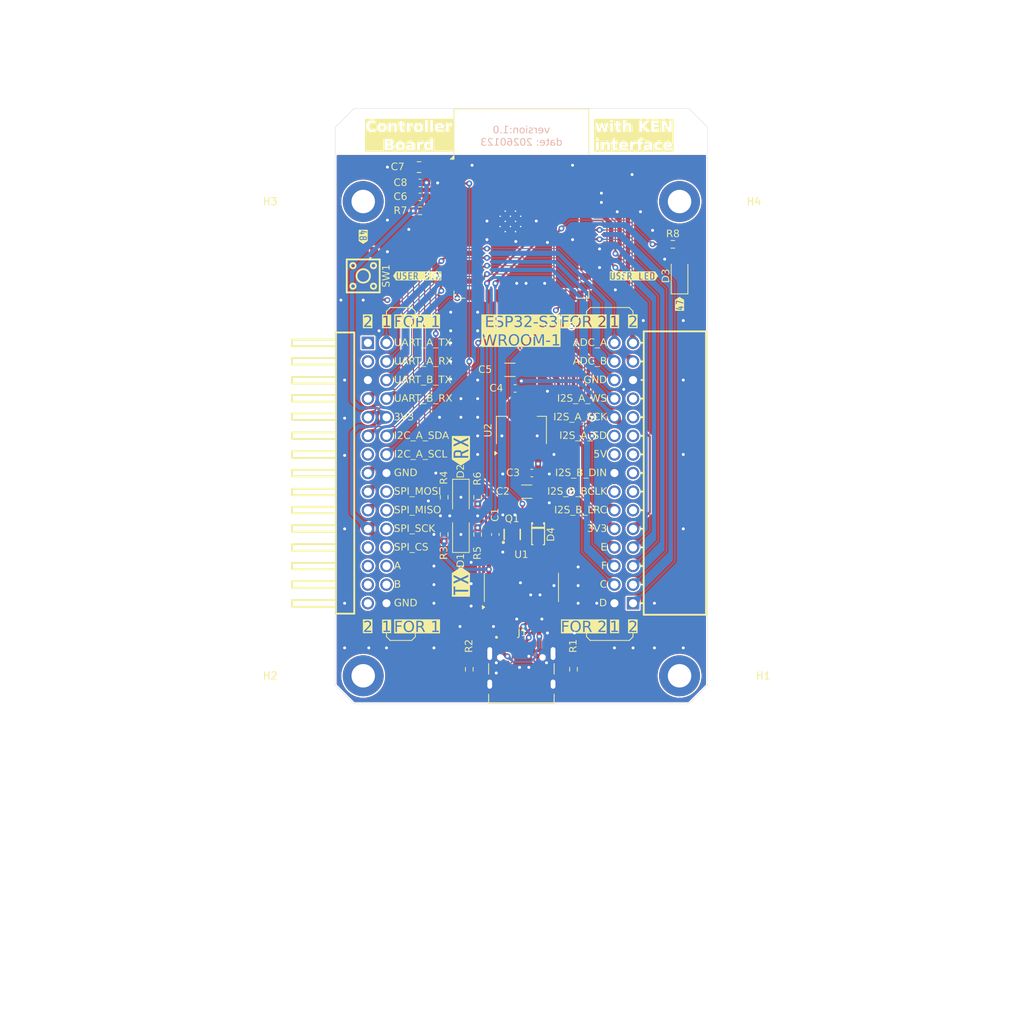
<source format=kicad_pcb>
(kicad_pcb (version 20241229) (generator "pcbnew") (generator_version "9.0")
  (layers (0 "F.Cu" signal) (4 "In1.Cu" signal) (6 "In2.Cu" signal) (2 "B.Cu" signal) (13 "F.Paste" user) (15 "B.Paste" user) (5 "F.SilkS" user "F.Silkscreen") (7 "B.SilkS" user "B.Silkscreen") (1 "F.Mask" user) (3 "B.Mask" user) (25 "Edge.Cuts" user))
  (property "COMMIT_DATE_LONG" "YYYY-MM-DD HH:MM:SS TZ")
  (property "COMMIT_HASH" "deadbeef")
  (property "RELEASE_VERSION" "v#.#")
  (net 0 "")
  (net 1 "GND")
  (net 2 "/IO17")
  (net 3 "/IO13")
  (net 5 "/IO18")
  (net 6 "/IO35")
  (net 7 "+3V3")
  (net 8 "Net-(J1-CC2)")
  (net 9 "Net-(D1-A)")
  (net 10 "/TXD")
  (net 11 "/RXD")
  (net 12 "Net-(D2-A)")
  (net 13 "/MCU_RX")
  (net 14 "/MCU_TX")
  (net 17 "Net-(J1-CC1)")
  (net 22 "RTS")
  (net 23 "DTR")
  (net 24 "UD+")
  (net 25 "UD-")
  (net 26 "VBUS")
  (net 27 "/EN")
  (net 28 "/IO0")
  (net 29 "/IO12")
  (net 33 "/IO48")
  (net 34 "/IO10")
  (net 35 "/IO3")
  (net 36 "/IO47")
  (net 37 "/IO36")
  (net 38 "/IO46")
  (net 39 "/IO37")
  (net 40 "/IO11")
  (net 41 "/IO45")
  (net 42 "/IO38")
  (net 46 "/I2C_B_SDA")
  (net 47 "/I2C_B_SCL")
  (net 48 "/IO19")
  (net 49 "/BTN_A")
  (net 50 "/I2C_A_SDA")
  (net 51 "/BTN_B")
  (net 52 "/I2S_A_SD")
  (net 53 "/I2S_B_BCLK")
  (net 54 "/IO20")
  (net 55 "/I2S_A_WS")
  (net 56 "/I2S_B_DIN")
  (net 57 "/I2C_A_SCL")
  (net 58 "/I2S_A_SCK")
  (net 59 "/I2S_B_LRC")
  (net 60 "/ADC_A")
  (net 61 "/BTN_C")
  (net 62 "/BTN_D")
  (net 63 "/ADC_B")
  (net 64 "Net-(D3-A)")
  (net 66 "+5V")
  (footprint "MountingHole:MountingHole_3.2mm_M3_DIN965_Pad" (layer "F.Cu") (at 105.41 116.84)
    (property "Reference" "H1")
    (property "Value" "MountHole")
  )
  (footprint "MountingHole:MountingHole_3.2mm_M3_DIN965_Pad" (layer "F.Cu") (at 62.23 116.84)
    (property "Reference" "H2")
    (property "Value" "MountHole")
  )
  (footprint "MountingHole:MountingHole_3.2mm_M3_DIN965_Pad" (layer "F.Cu") (at 105.41 52.07)
    (property "Reference" "H4")
    (property "Value" "MountHole")
  )
  (footprint "Resistor_SMD:R_0603_1608Metric_Pad0.98x0.95mm_HandSolder" (layer "F.Cu") (at 69.977 53.34)
    (property "Reference" "R7")
    (property "Value" "10k")
  )
  (footprint "Package_TO_SOT_SMD:SOT-223-3_TabPin2" (layer "F.Cu") (at 83.82 83.312 90)
    (property "Reference" "U2")
    (property "Value" "AMS1117-3.3")
  )
  (footprint "B5819W:SOD-123_L2.8-W1.8-LS3.7-RD" (layer "F.Cu") (at 86.106 97.536 -90)
    (property "Reference" "D4")
    (property "Value" "B5819W_C109213")
  )
  (footprint "LED_SMD:LED_1206_3216Metric_Pad1.42x1.75mm_HandSolder" (layer "F.Cu") (at 75.565 92.456 -90)
    (property "Reference" "D2")
    (property "Value" "LED")
  )
  (footprint "kibuzzard-6972B31E" (layer "F.Cu") (at 62.23 56.896 -90)
    (property "Reference" "kibuzzard-6972B31E" (hide yes))
    (property "Value" "G***" (hide yes))
  )
  (footprint "RF_Module:ESP32-S3-WROOM-1" (layer "F.Cu") (at 83.82 52.324)
    (property "Reference" "U4" (hide yes))
    (property "Value" "ESP32-S3-WROOM-1")
  )
  (footprint "Resistor_SMD:R_0603_1608Metric_Pad0.98x0.95mm_HandSolder" (layer "F.Cu") (at 77.851 92.456 -90)
    (property "Reference" "R6")
    (property "Value" "470")
  )
  (footprint "Capacitor_SMD:C_0603_1608Metric_Pad1.08x0.95mm_HandSolder" (layer "F.Cu") (at 80.264 97.536 90)
    (property "Reference" "C1")
    (property "Value" "100nF")
  )
  (footprint "TSC015A03526A:SW-SMD_4P-L4.5-W4.5-P3.00-LS6.8" (layer "F.Cu") (at 62.23 62.23 -90)
    (property "Reference" "SW1")
    (property "Value" "TSC015A03526A")
  )
  (footprint "LED_SMD:LED_1206_3216Metric_Pad1.42x1.75mm_HandSolder" (layer "F.Cu") (at 105.41 62.23 90)
    (property "Reference" "D3")
    (property "Value" "LED")
  )
  (footprint "Resistor_SMD:R_0603_1608Metric_Pad0.98x0.95mm_HandSolder" (layer "F.Cu") (at 73.279 92.456 -90)
    (property "Reference" "R4")
    (property "Value" "1k")
  )
  (footprint "kibuzzard-696F5E93" (layer "F.Cu") (at 75.565 86.106 90)
    (property "Reference" "kibuzzard-696F5E93" (hide yes))
    (property "Value" "G***" (hide yes))
  )
  (footprint "Resistor_SMD:R_0603_1608Metric_Pad0.98x0.95mm_HandSolder" (layer "F.Cu") (at 104.4975 57.912)
    (property "Reference" "R8")
    (property "Value" "1k")
  )
  (footprint "Capacitor_SMD:C_0603_1608Metric_Pad1.08x0.95mm_HandSolder" (layer "F.Cu") (at 82.9575 77.597 180)
    (property "Reference" "C4")
    (property "Value" "100nF")
  )
  (footprint "Capacitor_SMD:C_0603_1608Metric_Pad1.08x0.95mm_HandSolder" (layer "F.Cu") (at 69.977 49.53 180)
    (property "Reference" "C8")
    (property "Value" "0.1uF")
  )
  (footprint "UMH3N:SC-70-6_L2.2-W1.3-P0.65-LS2.1-BR" (layer "F.Cu") (at 82.565 97.536 -90)
    (property "Reference" "Q1")
    (property "Value" "UMH3N")
  )
  (footprint "Resistor_SMD:R_0603_1608Metric_Pad0.98x0.95mm_HandSolder" (layer "F.Cu") (at 76.708 115.951 90)
    (property "Reference" "R2")
    (property "Value" "5k1")
  )
  (footprint "Resistor_SMD:R_0603_1608Metric_Pad0.98x0.95mm_HandSolder" (layer "F.Cu") (at 73.279 97.536 90)
    (property "Reference" "R3")
    (property "Value" "1k")
  )
  (footprint "kibuzzard-69717543" (layer "F.Cu") (at 99.187 62.23)
    (property "Reference" "kibuzzard-69717543" (hide yes))
    (property "Value" "G***" (hide yes))
  )
  (footprint "MountingHole:MountingHole_3.2mm_M3_DIN965_Pad" (layer "F.Cu") (at 62.23 52.07)
    (property "Reference" "H3")
    (property "Value" "MountHole")
  )
  (footprint "Capacitor_SMD:C_0603_1608Metric_Pad1.08x0.95mm_HandSolder" (layer "F.Cu") (at 69.977 51.435 180)
    (property "Reference" "C6")
    (property "Value" "1uF")
  )
  (footprint "kibuzzard-69717533" (layer "F.Cu") (at 69.596 62.23)
    (property "Reference" "kibuzzard-69717533" (hide yes))
    (property "Value" "G***" (hide yes))
  )
  (footprint "TYPE-C-31-M-12:HRO_TYPE-C-31-M-12" (layer "F.Cu") (at 83.82 117.983)
    (property "Reference" "J1")
    (property "Value" "TYPE-C-31-M-12")
  )
  (footprint "Capacitor_SMD:C_1206_3216Metric_Pad1.33x1.80mm_HandSolder" (layer "F.Cu") (at 84.5435 91.694 180)
    (property "Reference" "C2")
    (property "Value" "10uF")
  )
  (footprint "Capacitor_SMD:C_0603_1608Metric_Pad1.08x0.95mm_HandSolder" (layer "F.Cu") (at 85.2435 89.154 180)
    (property "Reference" "C3")
    (property "Value" "100nF")
  )
  (footprint "Capacitor_SMD:C_1206_3216Metric_Pad1.33x1.80mm_HandSolder" (layer "F.Cu") (at 82.2575 75.057 180)
    (property "Reference" "C5")
    (property "Value" "10uF")
  )
  (footprint "Resistor_SMD:R_0603_1608Metric_Pad0.98x0.95mm_HandSolder" (layer "F.Cu") (at 77.851 97.536 90)
    (property "Reference" "R5")
    (property "Value" "470")
  )
  (footprint "Package_SO:SOIC-16_3.9x9.9mm_P1.27mm" (layer "F.Cu") (at 83.82 104.775 90)
    (property "Reference" "U1")
    (property "Value" "CH340C")
  )
  (footprint "XDZ254-2-15-W-2.5-G1:HDR-TH_30P-P2.54-H-M-R2-C15-S2.54-N" (layer "F.Cu") (at 64.135 89.154 -90)
    (property "Reference" "U3" (hide yes))
    (property "Value" "XDZ254-2-15-W-2.5-G1")
  )
  (footprint "LED_SMD:LED_1206_3216Metric_Pad1.42x1.75mm_HandSolder" (layer "F.Cu") (at 75.565 97.536 90)
    (property "Reference" "D1")
    (property "Value" "LED")
  )
  (footprint "Resistor_SMD:R_0603_1608Metric_Pad0.98x0.95mm_HandSolder" (layer "F.Cu") (at 90.932 115.951 90)
    (property "Reference" "R1")
    (property "Value" "5k1")
  )
  (footprint "kibuzzard-696F5E7C" (layer "F.Cu") (at 75.565 104.013 90)
    (property "Reference" "kibuzzard-696F5E7C" (hide yes))
    (property "Value" "G***" (hide yes))
  )
  (footprint "PM254-2-15-W-8.5:HDR-TH_30P-P2.54-H-F-R2-C15-W8.5" (layer "F.Cu") (at 97.79 89.154 90)
    (property "Reference" "U5" (hide yes))
    (property "Value" "PM254-2-15-W-8.5")
  )
  (footprint "Capacitor_SMD:C_0805_2012Metric_Pad1.18x1.45mm_HandSolder" (layer "F.Cu") (at 69.85 47.371 180)
    (property "Reference" "C7")
    (property "Value" "10uF")
  )
  (footprint "kibuzzard-697171B1" (layer "F.Cu") (at 105.41 66.04 90)
    (property "Reference" "kibuzzard-697171B1" (hide yes))
    (property "Value" "G***" (hide yes))
  )
  (gr_line (start 98.552 112.014) (end 93.218 112.014) (stroke (width 0.12)) (layer "F.SilkS"))
  (gr_line (start 99.06 111.506) (end 98.552 112.014) (stroke (width 0.12)) (layer "F.SilkS"))
  (gr_line (start 65.913 66.548) (end 68.834 66.548) (stroke (width 0.12)) (layer "F.SilkS"))
  (gr_line (start 92.71 111.506) (end 92.71 110.998) (stroke (width 0.12)) (layer "F.SilkS"))
  (gr_line (start 69.342 110.998) (end 69.342 111.506) (stroke (width 0.12)) (layer "F.SilkS"))
  (gr_line (start 68.834 66.548) (end 69.342 67.056) (stroke (width 0.12)) (layer "F.SilkS"))
  (gr_line (start 92.71 67.056) (end 93.218 66.548) (stroke (width 0.12)) (layer "F.SilkS"))
  (gr_line (start 69.342 67.056) (end 69.342 67.564) (stroke (width 0.12)) (layer "F.SilkS"))
  (gr_line (start 92.71 67.564) (end 92.71 67.056) (stroke (width 0.12)) (layer "F.SilkS"))
  (gr_line (start 99.06 67.056) (end 99.06 67.564) (stroke (width 0.12)) (layer "F.SilkS"))
  (gr_line (start 93.218 66.548) (end 98.552 66.548) (stroke (width 0.12)) (layer "F.SilkS"))
  (gr_line (start 65.405 111.506) (end 65.405 110.998) (stroke (width 0.12)) (layer "F.SilkS"))
  (gr_line (start 65.405 67.564) (end 65.405 67.056) (stroke (width 0.12)) (layer "F.SilkS"))
  (gr_line (start 65.913 112.014) (end 65.405 111.506) (stroke (width 0.12)) (layer "F.SilkS"))
  (gr_line (start 65.405 67.056) (end 65.913 66.548) (stroke (width 0.12)) (layer "F.SilkS"))
  (gr_line (start 99.06 110.998) (end 99.06 111.506) (stroke (width 0.12)) (layer "F.SilkS"))
  (gr_line (start 98.552 66.548) (end 99.06 67.056) (stroke (width 0.12)) (layer "F.SilkS"))
  (gr_line (start 93.218 112.014) (end 92.71 111.506) (stroke (width 0.12)) (layer "F.SilkS"))
  (gr_line (start 68.834 112.014) (end 65.913 112.014) (stroke (width 0.12)) (layer "F.SilkS"))
  (gr_line (start 69.342 111.506) (end 68.834 112.014) (stroke (width 0.12)) (layer "F.SilkS"))
  (gr_line (start 109.22 118.11) (end 109.22 41.91) (stroke (width 0.05)) (layer "Edge.Cuts"))
  (gr_line (start 106.68 39.37) (end 109.22 41.91) (stroke (width 0.05)) (layer "Edge.Cuts"))
  (gr_line (start 58.42 41.91) (end 58.42 118.11) (stroke (width 0.05)) (layer "Edge.Cuts"))
  (gr_line (start 60.96 39.37) (end 58.42 41.91) (stroke (width 0.05)) (layer "Edge.Cuts"))
  (gr_line (start 58.42 118.11) (end 60.96 120.65) (stroke (width 0.05)) (layer "Edge.Cuts"))
  (gr_line (start 60.96 39.37) (end 106.68 39.37) (stroke (width 0.05)) (layer "Edge.Cuts"))
  (gr_line (start 109.22 118.11) (end 106.68 120.65) (stroke (width 0.05)) (layer "Edge.Cuts"))
  (gr_line (start 60.96 120.65) (end 106.68 120.65) (stroke (width 0.05)) (layer "Edge.Cuts"))
  (gr_text "1" (at 96.52 110.236 0) (layer "F.SilkS" knockout) (effects (font (size 1.5 1.5))))
  (gr_text "I2C_A_SCL" (at 66.421 86.614 0) (layer "F.SilkS") (effects (font (size 1 1)) (justify left)))
  (gr_text "FOR 1" (at 66.421 110.236 0) (layer "F.SilkS" knockout) (effects (font (size 1.5 1.5)) (justify left)))
  (gr_text "B" (at 66.421 104.394 0) (layer "F.SilkS") (effects (font (size 1 1)) (justify left)))
  (gr_text "FOR 2" (at 95.504 68.58 0) (layer "F.SilkS" knockout) (effects (font (size 1.5 1.5)) (justify right)))
  (gr_text "GND" (at 66.421 106.934 0) (layer "F.SilkS") (effects (font (size 1 1)) (justify left)))
  (gr_text "1" (at 65.405 68.58 0) (layer "F.SilkS" knockout) (effects (font (size 1.5 1.5))))
  (gr_text "E" (at 95.504 99.314 0) (layer "F.SilkS") (effects (font (size 1 1)) (justify right)))
  (gr_text "FOR 2" (at 95.504 110.236 0) (layer "F.SilkS" knockout) (effects (font (size 1.5 1.5)) (justify right)))
  (gr_text "SPI_CS" (at 66.421 99.314 0) (layer "F.SilkS") (effects (font (size 1 1)) (justify left)))
  (gr_text "D" (at 95.504 106.934 0) (layer "F.SilkS") (effects (font (size 1 1)) (justify right)))
  (gr_text "SPI_SCK" (at 66.421 96.774 0) (layer "F.SilkS") (effects (font (size 1 1)) (justify left)))
  (gr_text "2" (at 62.865 110.236 0) (layer "F.SilkS" knockout) (effects (font (size 1.5 1.5))))
  (gr_text "2" (at 99.06 68.58 0) (layer "F.SilkS" knockout) (effects (font (size 1.5 1.5))))
  (gr_text "I2S_A_SCK" (at 95.504 81.534 0) (layer "F.SilkS") (effects (font (size 1 1)) (justify right)))
  (gr_text "UART_B_TX" (at 66.421 76.454 0) (layer "F.SilkS") (effects (font (size 1 1)) (justify left)))
  (gr_text "GND" (at 66.421 89.154 0) (layer "F.SilkS") (effects (font (size 1 1)) (justify left)))
  (gr_text "1" (at 96.52 68.58 0) (layer "F.SilkS" knockout) (effects (font (size 1.5 1.5))))
  (gr_text "2" (at 99.06 110.236 0) (layer "F.SilkS" knockout) (effects (font (size 1.5 1.5))))
  (gr_text "3V3" (at 95.504 96.774 0) (layer "F.SilkS") (effects (font (size 1 1)) (justify right)))
  (gr_text "2" (at 62.865 68.58 0) (layer "F.SilkS" knockout) (effects (font (size 1.5 1.5))))
  (gr_text "SPI_MISO" (at 66.421 94.234 0) (layer "F.SilkS") (effects (font (size 1 1)) (justify left)))
  (gr_text "ADC_B\n" (at 95.504 73.914 0) (layer "F.SilkS") (effects (font (size 1 1)) (justify right)))
  (gr_text "F" (at 95.504 101.854 0) (layer "F.SilkS") (effects (font (size 1 1)) (justify right)))
  (gr_text "C" (at 95.504 104.394 0) (layer "F.SilkS") (effects (font (size 1 1)) (justify right)))
  (gr_text "ADC_A" (at 95.504 71.374 0) (layer "F.SilkS") (effects (font (size 1 1)) (justify right)))
  (gr_text "UART_A_TX" (at 66.421 71.374 0) (layer "F.SilkS") (effects (font (size 1 1)) (justify left)))
  (gr_text "ESP32-S3\nWROOM-1" (at 83.82 69.85 0) (layer "F.SilkS" knockout) (effects (font (size 1.5 1.5))))
  (gr_text "I2S_B_BCLK" (at 95.504 91.694 0) (layer "F.SilkS") (effects (font (size 1 1)) (justify right)))
  (gr_text "3V3" (at 66.421 81.534 0) (layer "F.SilkS") (effects (font (size 1 1)) (justify left)))
  (gr_text "I2S_B_DIN" (at 95.504 89.154 0) (layer "F.SilkS") (effects (font (size 1 1)) (justify right)))
  (gr_text "I2S_A_WS" (at 95.504 78.994 0) (layer "F.SilkS") (effects (font (size 1 1)) (justify right)))
  (gr_text "A" (at 66.421 101.854 0) (layer "F.SilkS") (effects (font (size 1 1)) (justify left)))
  (gr_text "with KEN\ninterface" (at 99.187 43.18 0) (layer "F.SilkS" knockout) (effects (font (size 1.5 1.5) (thickness 0.2) (bold yes))))
  (gr_text "I2S_A_SD" (at 95.504 84.074 0) (layer "F.SilkS") (effects (font (size 1 1)) (justify right)))
  (gr_text "I2S_B_LRC" (at 95.504 94.234 0) (layer "F.SilkS") (effects (font (size 1 1)) (justify right)))
  (gr_text "UART_A_RX" (at 66.421 73.914 0) (layer "F.SilkS") (effects (font (size 1 1)) (justify left)))
  (gr_text "I2C_A_SDA" (at 66.421 84.074 0) (layer "F.SilkS") (effects (font (size 1 1)) (justify left)))
  (gr_text "5V" (at 95.504 86.614 0) (layer "F.SilkS") (effects (font (size 1 1)) (justify right)))
  (gr_text "FOR 1" (at 66.421 68.58 0) (layer "F.SilkS" knockout) (effects (font (size 1.5 1.5)) (justify left)))
  (gr_text "UART_B_RX" (at 66.421 78.994 0) (layer "F.SilkS") (effects (font (size 1 1)) (justify left)))
  (gr_text "1" (at 65.405 110.236 0) (layer "F.SilkS" knockout) (effects (font (size 1.5 1.5))))
  (gr_text "GND" (at 95.504 76.454 0) (layer "F.SilkS") (effects (font (size 1 1)) (justify right)))
  (gr_text "SPI_MOSI" (at 66.421 91.694 0) (layer "F.SilkS") (effects (font (size 1 1)) (justify left)))
  (gr_text "Controller\nBoard" (at 68.453 43.18 0) (layer "F.SilkS" knockout) (effects (font (size 1.5 1.5) (thickness 0.2) (bold yes))))
  (gr_text "version:1.0\ndate: 20260123" (at 83.82 43.18 0) (layer "B.SilkS") (effects (font (size 1 1)) (justify mirror)))
  (via (at 86.614 109.093) (size 0.8) (drill 0.4) (layers "F.Cu" "B.Cu") (net 1))
  (via (at 89.154 67.945) (size 0.8) (drill 0.4) (layers "F.Cu" "B.Cu") (net 1))
  (via (at 62.992 113.03) (size 0.8) (drill 0.4) (layers "F.Cu" "B.Cu") (net 1))
  (via (at 91.059 110.998) (size 0.8) (drill 0.4) (layers "F.Cu" "B.Cu") (net 1))
  (via (at 90.805 47.117) (size 0.8) (drill 0.4) (layers "F.Cu" "B.Cu") (net 1))
  (via (at 71.882 106.934) (size 0.8) (drill 0.4) (layers "F.Cu" "B.Cu") (net 1))
  (via (at 94.742 52.197) (size 0.8) (drill 0.4) (layers "F.Cu" "B.Cu") (net 1))
  (via (at 71.12 92.964) (size 0.8) (drill 0.4) (layers "F.Cu" "B.Cu") (net 1))
  (via (at 84.836 115.697) (size 0.8) (drill 0.4) (layers "F.Cu" "B.Cu") (net 1))
  (via (at 75.565 92.456) (size 0.8) (drill 0.4) (layers "F.Cu" "B.Cu") (net 1))
  (via (at 79.121 57.277) (size 0.8) (drill 0.4) (layers "F.Cu" "B.Cu") (net 1))
  (via (at 75.565 81.534) (size 0.8) (drill 0.4) (layers "F.Cu" "B.Cu") (net 1))
  (via (at 86.36 105.791) (size 0.8) (drill 0.4) (layers "F.Cu" "B.Cu") (net 1))
  (via (at 75.565 97.536) (size 0.8) (drill 0.4) (layers "F.Cu" "B.Cu") (net 1))
  (via (at 99.06 113.03) (size 0.8) (drill 0.4) (layers "F.Cu" "B.Cu") (net 1))
  (via (at 81.28 99.949) (size 0.8) (drill 0.4) (layers "F.Cu" "B.Cu") (net 1))
  (via (at 83.185 63.246) (size 0.8) (drill 0.4) (layers "F.Cu" "B.Cu") (net 1))
  (via (at 77.851 84.074) (size 0.8) (drill 0.4) (layers "F.Cu" "B.Cu") (net 1))
  (via (at 101.727 56.007) (size 0.8) (drill 0.4) (layers "F.Cu" "B.Cu") (net 1))
  (via (at 76.962 104.267) (size 0.8) (drill 0.4) (layers "F.Cu" "B.Cu") (net 1))
  (via (at 59.69 96.774) (size 0.8) (drill 0.4) (layers "F.Cu" "B.Cu") (net 1))
  (via (at 88.265 86.614) (size 0.8) (drill 0.4) (layers "F.Cu" "B.Cu") (net 1))
  (via (at 71.882 97.536) (size 0.8) (drill 0.4) (layers "F.Cu" "B.Cu") (net 1))
  (via (at 82.931 94.869) (size 0.8) (drill 0.4) (layers "F.Cu" "B.Cu") (net 1))
  (via (at 96.901 53.467) (size 0.8) (drill 0.4) (layers "F.Cu" "B.Cu") (net 1))
  (via (at 97.79 77.724) (size 0.8) (drill 0.4) (layers "F.Cu" "B.Cu") (net 1))
  (via (at 85.979 84.074) (size 0.8) (drill 0.4) (layers "F.Cu" "B.Cu") (net 1))
  (via (at 71.882 113.03) (size 0.8) (drill 0.4) (layers "F.Cu" "B.Cu") (net 1))
  (via (at 87.63 89.281) (size 0.8) (drill 0.4) (layers "F.Cu" "B.Cu") (net 1))
  (via (at 65.532 54.61) (size 0.8) (drill 0.4) (layers "F.Cu" "B.Cu") (net 1))
  (via (at 85.09 105.791) (size 0.8) (drill 0.4) (layers "F.Cu" "B.Cu") (net 1))
  (via (at 105.918 68.326) (size 0.8) (drill 0.4) (layers "F.Cu" "B.Cu") (net 1))
  (via (at 81.153 84.074) (size 0.8) (drill 0.4) (layers "F.Cu" "B.Cu") (net 1))
  (via (at 83.058 57.531) (size 0.8) (drill 0.4) (layers "F.Cu" "B.Cu") (net 1))
  (via (at 77.851 78.994) (size 0.8) (drill 0.4) (layers "F.Cu" "B.Cu") (net 1))
  (via (at 59.69 106.934) (size 0.8) (drill 0.4) (layers "F.Cu" "B.Cu") (net 1))
  (via (at 59.69 81.661) (size 0.8) (drill 0.4) (layers "F.Cu" "B.Cu") (net 1))
  (via (at 74.168 71.374) (size 0.8) (drill 0.4) (layers "F.Cu" "B.Cu") (net 1))
  (via (at 81.28 89.281) (size 0.8) (drill 0.4) (layers "F.Cu" "B.Cu") (net 1))
  (via (at 85.852 54.737) (size 0.8) (drill 0.4) (layers "F.Cu" "B.Cu") (net 1))
  (via (at 77.851 94.996) (size 0.8) (drill 0.4) (layers "F.Cu" "B.Cu") (net 1))
  (via (at 105.918 86.614) (size 0.8) (drill 0.4) (layers "F.Cu" "B.Cu") (net 1))
  (via (at 101.981 113.03) (size 0.8) (drill 0.4) (layers "F.Cu" "B.Cu") (net 1))
  (via (at 74.168 69.723) (size 0.8) (drill 0.4) (layers "F.Cu" "B.Cu") (net 1))
  (via (at 87.376 110.998) (size 0.8) (drill 0.4) (layers "F.Cu" "B.Cu") (net 1))
  (via (at 59.69 76.454) (size 0.8) (drill 0.4) (layers "F.Cu" "B.Cu") (net 1))
  (via (at 96.52 113.03) (size 0.8) (drill 0.4) (layers "F.Cu" "B.Cu") (net 1))
  (via (at 74.168 67.183) (size 0.8) (drill 0.4) (layers "F.Cu" "B.Cu") (net 1))
  (via (at 83.185 109.093) (size 0.8) (drill 0.4) (layers "F.Cu" "B.Cu") (net 1))
  (via (at 72.771 94.996) (size 0.8) (drill 0.4) (layers "F.Cu" "B.Cu") (net 1))
  (via (at 103.378 59.944) (size 0.8) (drill 0.4) (layers "F.Cu" "B.Cu") (net 1))
  (via (at 94.107 106.934) (size 0.8) (drill 0.4) (layers "F.Cu" "B.Cu") (net 1))
  (via (at 100.076 53.467) (size 0.8) (drill 0.4) (layers "F.Cu" "B.Cu") (net 1))
  (via (at 79.121 54.737) (size 0.8) (drill 0.4) (layers "F.Cu" "B.Cu") (net 1))
  (via (at 96.647 64.135) (size 0.8) (drill 0.4) (layers "F.Cu" "B.Cu") (net 1))
  (via (at 74.168 73.914) (size 0.8) (drill 0.4) (layers "F.Cu" "B.Cu") (net 1))
  (via (at 68.453 55.88) (size 0.8) (drill 0.4) (layers "F.Cu" "B.Cu") (net 1))
  (via (at 105.918 96.774) (size 0.8) (drill 0.4) (layers "F.Cu" "B.Cu") (net 1))
  (via (at 62.23 65.532) (size 0.8) (drill 0.4) (layers "F.Cu" "B.Cu") (net 1))
  (via (at 80.01 110.109) (size 0.8) (drill 0.4) (layers "F.Cu" "B.Cu") (net 1))
  (via (at 59.69 113.03) (size 0.8) (drill 0.4) (layers "F.Cu" "B.Cu") (net 1))
  (via (at 98.933 48.387) (size 0.8) (drill 0.4) (layers "F.Cu" "B.Cu") (net 1))
  (via (at 65.532 58.928) (size 0.8) (drill 0.4) (layers "F.Cu" "B.Cu") (net 1))
  (via (at 77.851 81.534) (size 0.8) (drill 0.4) (layers "F.Cu" "B.Cu") (net 1))
  (via (at 87.376 57.658) (size 0.8) (drill 0.4) (layers "F.Cu" "B.Cu") (net 1))
  (via (at 80.391 116.459) (size 0.8) (drill 0.4) (layers "F.Cu" "B.Cu") (net 1))
  (via (at 83.566 115.697) (size 0.8) (drill 0.4) (layers "F.Cu" "B.Cu") (net 1))
  (via (at 84.455 63.246) (size 0.8) (drill 0.4) (layers "F.Cu" "B.Cu") (net 1))
  (via (at 65.405 113.03) (size 0.8) (drill 0.4) (layers "F.Cu" "B.Cu") (net 1))
  (via (at 88.265 104.521) (size 0.8) (drill 0.4) (layers "F.Cu" "B.Cu") (net 1))
  (via (at 59.69 86.741) (size 0.8) (drill 0.4) (layers "F.Cu" "B.Cu") (net 1))
  (via (at 59.182 65.532) (size 0.8) (drill 0.4) (layers "F.Cu" "B.Cu") (net 1))
  (via (at 74.168 76.327) (size 0.8) (drill 0.4) (layers "F.Cu" "B.Cu") (net 1))
  (via (at 72.39 49.53) (size 0.8) (drill 0.4) (layers "F.Cu" "B.Cu") (net 1))
  (via (at 72.136 89.154) (size 0.8) (drill 0.4) (layers "F.Cu" "B.Cu") (net 1))
  (via (at 94.488 61.087) (size 0.8) (drill 0.4) (layers "F.Cu" "B.Cu") (net 1))
  (via (at 77.851 86.614) (size 0.8) (drill 0.4) (layers "F.Cu" "B.Cu") (net 1))
  (via (at 81.28 94.869) (size 0.8) (drill 0.4) (layers "F.Cu" "B.Cu") (net 1))
  (via (at 87.249 115.062) (size 0.8) (drill 0.4) (layers "F.Cu" "B.Cu") (net 1))
  (via (at 80.391 115.062) (size 0.8) (drill 0.4) (layers "F.Cu" "B.Cu") (net 1))
  (via (at 86.995 63.246) (size 0.8) (drill 0.4) (layers "F.Cu" "B.Cu") (net 1))
  (via (at 77.851 67.183) (size 0.8) (drill 0.4) (layers "F.Cu" "B.Cu") (net 1))
  (via (at 83.693 104.14) (size 0.8) (drill 0.4) (layers "F.Cu" "B.Cu") (net 1))
  (via (at 75.438 110.109) (size 0.8) (drill 0.4) (layers "F.Cu" "B.Cu") (net 1))
  (via (at 84.836 114.173) (size 0.8) (drill 0.4) (layers "F.Cu" "B.Cu") (net 1))
  (via (at 91.567 106.934) (size 0.8) (drill 0.4) (layers "F.Cu" "B.Cu") (net 1))
  (via (at 71.882 104.394) (size 0.8) (drill 0.4) (layers "F.Cu" "B.Cu") (net 1))
  (via (at 105.918 76.454) (size 0.8) (drill 0.4) (layers "F.Cu" "B.Cu") (net 1))
  (via (at 75.565 78.994) (size 0.8) (drill 0.4) (layers "F.Cu" "B.Cu") (net 1))
  (via (at 77.851 76.454) (size 0.8) (drill 0.4) (layers "F.Cu" "B.Cu") (net 1))
  (via (at 94.742 50.927) (size 0.8) (drill 0.4) (layers "F.Cu" "B.Cu") (net 1))
  (via (at 71.882 101.854) (size 0.8) (drill 0.4) (layers "F.Cu" "B.Cu") (net 1))
  (via (at 77.851 69.723) (size 0.8) (drill 0.4) (layers "F.Cu" "B.Cu") (net 1))
  (via (at 64.389 69.723) (size 0.8) (drill 0.4) (layers "F.Cu" "B.Cu") (net 1))
  (via (at 76.962 101.346) (size 0.8) (drill 0.4) (layers "F.Cu" "B.Cu") (net 1))
  (via (at 91.567 104.521) (size 0.8) (drill 0.4) (layers "F.Cu" "B.Cu") (net 1))
  (via (at 65.532 47.371) (size 0.8) (drill 0.4) (layers "F.Cu" "B.Cu") (net 1))
  (via (at 87.63 93.218) (size 0.8) (drill 0.4) (layers "F.Cu" "B.Cu") (net 1))
  (via (at 77.089 47.117) (size 0.8) (drill 0.4) (layers "F.Cu" "B.Cu") (net 1))
  (via (at 76.962 107.315) (size 0.8) (drill 0.4) (layers "F.Cu" "B.Cu") (net 1))
  (via (at 72.644 81.534) (size 0.8) (drill 0.4) (layers "F.Cu" "B.Cu") (net 1))
  (via (at 101.981 106.934) (size 0.8) (drill 0.4) (layers "F.Cu" "B.Cu") (net 1))
  (via (at 94.488 58.547) (size 0.8) (drill 0.4) (layers "F.Cu" "B.Cu") (net 1))
  (via (at 105.918 113.03) (size 0.8) (drill 0.4) (layers "F.Cu" "B.Cu") (net 1))
  (via (at 87.376 77.978) (size 0.8) (drill 0.4) (layers "F.Cu" "B.Cu") (net 1))
  (via (at 91.567 101.981) (size 0.8) (drill 0.4) (layers "F.Cu" "B.Cu") (net 1))
  (via (at 100.457 68.326) (size 0.8) (drill 0.4) (layers "F.Cu" "B.Cu") (net 1))
  (via (at 74.041 94.996) (size 0.8) (drill 0.4) (layers "F.Cu" "B.Cu") (net 1))
  (via (at 90.805 57.277) (size 0.8) (drill 0.4) (layers "F.Cu" "B.Cu") (net 1))
  (segment (start 74.602 58.494) (end 72.898 60.198) (width 0.15) (layer "F.Cu") (net 2))
  (segment (start 75.07 58.494) (end 74.602 58.494) (width 0.15) (layer "F.Cu") (net 2))
  (segment (start 79.121 58.494) (end 75.07 58.494) (width 0.15) (layer "F.Cu") (net 2))
  (via (at 79.121 58.494) (size 0.8) (drill 0.4) (layers "F.Cu" "B.Cu") (net 2))
  (via (at 72.898 60.198) (size 0.8) (drill 0.4) (layers "F.Cu" "B.Cu") (net 2))
  (segment (start 88.974 58.494) (end 96.52 66.04) (width 0.15) (layer "B.Cu") (net 2))
  (segment (start 72.898 60.198) (end 65.405 67.691) (width 0.15) (layer "B.Cu") (net 2))
  (segment (start 79.121 58.494) (end 88.974 58.494) (width 0.15) (layer "B.Cu") (net 2))
  (segment (start 65.405 67.691) (end 65.405 71.374) (width 0.15) (layer "B.Cu") (net 2))
  (segment (start 96.52 66.04) (end 96.52 71.374) (width 0.15) (layer "B.Cu") (net 2))
  (segment (start 92.837 85.344) (end 92.837 90.551) (width 0.15) (layer "F.Cu") (net 3))
  (segment (start 84.455 64.824) (end 84.356 64.923) (width 0.15) (layer "F.Cu") (net 3))
  (segment (start 91.44 74.93) (end 91.44 83.947) (width 0.15) (layer "F.Cu") (net 3))
  (segment (start 84.356 64.923) (end 84.356 67.846) (width 0.15) (layer "F.Cu") (net 3))
  (segment (start 84.356 67.846) (end 91.44 74.93) (width 0.15) (layer "F.Cu") (net 3))
  (segment (start 92.837 90.551) (end 96.52 94.234) (width 0.15) (layer "F.Cu") (net 3))
  (segment (start 91.44 83.947) (end 92.837 85.344) (width 0.15) (layer "F.Cu") (net 3))
  (segment (start 74.602 59.764) (end 75.07 59.764) (width 0.15) (layer "F.Cu") (net 5))
  (segment (start 79.121 59.764) (end 75.07 59.764) (width 0.15) (layer "F.Cu") (net 5))
  (segment (start 72.1995 62.1665) (end 74.602 59.764) (width 0.15) (layer "F.Cu") (net 5))
  (via (at 72.1995 62.1665) (size 0.8) (drill 0.4) (layers "F.Cu" "B.Cu") (net 5))
  (via (at 79.121 59.764) (size 0.8) (drill 0.4) (layers "F.Cu" "B.Cu") (net 5))
  (segment (start 88.72 59.764) (end 94.869 65.913) (width 0.15) (layer "B.Cu") (net 5))
  (segment (start 79.121 59.764) (end 88.72 59.764) (width 0.15) (layer "B.Cu") (net 5))
  (segment (start 72.1995 62.9285) (end 67.183 67.945) (width 0.15) (layer "B.Cu") (net 5))
  (segment (start 96.52 73.66) (end 96.52 73.914) (width 0.15) (layer "B.Cu") (net 5))
  (segment (start 94.869 65.913) (end 94.869 72.009) (width 0.15) (layer "B.Cu") (net 5))
  (segment (start 67.183 72.136) (end 65.405 73.914) (width 0.15) (layer "B.Cu") (net 5))
  (segment (start 67.183 67.945) (end 67.183 72.136) (width 0.15) (layer "B.Cu") (net 5))
  (segment (start 94.869 72.009) (end 96.52 73.66) (width 0.15) (layer "B.Cu") (net 5))
  (segment (start 72.1995 62.1665) (end 72.1995 62.9285) (width 0.15) (layer "B.Cu") (net 5))
  (segment (start 83.82 86.564) (end 83.82 80.264) (width 1) (layer "F.Cu") (net 7))
  (segment (start 70.8875 47.371) (end 70.8735 47.385) (width 0.6) (layer "F.Cu") (net 7))
  (segment (start 101.346 84.201) (end 99.949 82.804) (width 0.3) (layer "F.Cu") (net 7))
  (segment (start 82.169 104.394) (end 80.264 104.394) (width 0.5) (layer "F.Cu") (net 7))
  (segment (start 74.702 48.387) (end 73.66 48.387) (width 0.6) (layer "F.Cu") (net 7))
  (segment (start 70.8395 47.419) (end 70.8875 47.371) (width 0.6) (layer "F.Cu") (net 7))
  (segment (start 79.375 101.219) (end 80.264 100.33) (width 0.5) (layer "F.Cu") (net 7))
  (segment (start 73.279 98.4485) (end 70.1275 98.4485) (width 0.3) (layer "F.Cu") (net 7))
  (segment (start 83.82 75.057) (end 83.82 80.162) (width 0.6) (layer "F.Cu") (net 7))
  (segment (start 66.548 95.504) (end 70.5085 91.5435) (width 0.3) (layer "F.Cu") (net 7))
  (segment (start 72.644 47.371) (end 70.8875 47.371) (width 0.6) (layer "F.Cu") (net 7))
  (segment (start 70.5085 91.5435) (end 73.279 91.5435) (width 0.3) (layer "F.Cu") (net 7))
  (segment (start 69.723 98.044) (end 64.135 98.044) (width 0.3) (layer "F.Cu") (net 7))
  (segment (start 73.66 48.387) (end 72.644 47.371) (width 0.6) (layer "F.Cu") (net 7))
  (segment (start 83.185 105.41) (end 82.169 104.394) (width 0.5) (layer "F.Cu") (net 7))
  (segment (start 83.185 107.010514) (end 83.185 107.25) (width 0.15) (layer "F.Cu") (net 7))
  (segment (start 70.8735 47.385) (end 70.8735 49.496) (width 0.6) (layer "F.Cu") (net 7))
  (segment (start 79.375 102.3) (end 79.375 101.219) (width 0.5) (layer "F.Cu") (net 7))
  (segment (start 70.8735 49.496) (end 70.8395 49.53) (width 0.6) (layer "F.Cu") (net 7))
  (segment (start 97.79 82.804) (end 96.52 81.534) (width 0.3) (layer "F.Cu") (net 7))
  (segment (start 80.264 100.33) (end 80.264 98.3985) (width 0.5) (layer "F.Cu") (net 7))
  (segment (start 70.1275 98.4485) (end 69.723 98.044) (width 0.3) (layer "F.Cu") (net 7))
  (segment (start 79.375 103.505) (end 79.375 102.3) (width 0.5) (layer "F.Cu") (net 7))
  (segment (start 83.185 107.010514) (end 83.185 105.41) (width 0.5) (layer "F.Cu") (net 7))
  (segment (start 80.264 104.394) (end 79.375 103.505) (width 0.5) (layer "F.Cu") (net 7))
  (segment (start 99.06 96.774) (end 101.346 94.488) (width 0.3) (layer "F.Cu") (net 7))
  (segment (start 64.135 95.504) (end 66.548 95.504) (width 0.3) (layer "F.Cu") (net 7))
  (segment (start 99.949 82.804) (end 97.79 82.804) (width 0.3) (layer "F.Cu") (net 7))
  (segment (start 101.346 94.488) (end 101.346 84.201) (width 0.3) (layer "F.Cu") (net 7))
  (segment (start 62.865 96.774) (end 64.135 95.504) (width 0.3) (layer "F.Cu") (net 7))
  (segment (start 64.135 98.044) (end 62.865 96.774) (width 0.3) (layer "F.Cu") (net 7))
  (via (at 73.279 98.4485) (size 0.8) (drill 0.4) (layers "F.Cu" "B.Cu") (net 7))
  (via (at 69.0645 53.34) (size 0.8) (drill 0.4) (layers "F.Cu" "B.Cu") (net 7))
  (via (at 79.375 102.3) (size 0.8) (drill 0.4) (layers "F.Cu" "B.Cu") (net 7))
  (via (at 83.82 76.581) (size 0.8) (drill 0.4) (layers "F.Cu" "B.Cu") (net 7))
  (via (at 70.8735 49.496) (size 0.8) (drill 0.4) (layers "F.Cu" "B.Cu") (net 7))
  (segment (start 61.976 82.804) (end 64.135 82.804) (width 0.3) (layer "B.Cu") (net 7))
  (segment (start 79.375 102.3) (end 74.995 102.3) (width 0.5) (layer "B.Cu") (net 7))
  (segment (start 74.995 102.3) (end 73.279 100.584) (width 0.5) (layer "B.Cu") (net 7))
  (segment (start 60.706 79.248) (end 60.706 61.6985) (width 0.6) (layer "B.Cu") (net 7))
  (segment (start 91.567 76.581) (end 96.52 81.534) (width 0.6) (layer "B.Cu") (net 7))
  (segment (start 83.82 76.581) (end 91.567 76.581) (width 0.6) (layer "B.Cu") (net 7))
  (segment (start 62.103 80.264) (end 64.135 80.264) (width 0.3) (layer "B.Cu") (net 7))
  (segment (start 61.595 82.804) (end 60.706 83.693) (width 0.6) (layer "B.Cu") (net 7))
  (segment (start 64.135 82.804) (end 65.405 81.534) (width 0.3) (layer "B.Cu") (net 7))
  (segment (start 60.706 61.6985) (end 69.0645 53.34) (width 0.6) (layer "B.Cu") (net 7))
  (segment (start 60.706 83.693) (end 60.706 94.615) (width 0.6) (layer "B.Cu") (net 7))
  (segment (start 60.706 94.615) (end 62.865 96.774) (width 0.6) (layer "B.Cu") (net 7))
  (segment (start 73.279 100.584) (end 73.279 98.4485) (width 0.5) (layer "B.Cu") (net 7))
  (segment (start 62.103 80.264) (end 61.722 80.264) (width 0.6) (layer "B.Cu") (net 7))
  (segment (start 64.135 80.264) (end 65.405 81.534) (width 0.3) (layer "B.Cu") (net 7))
  (segment (start 61.976 82.804) (end 61.595 82.804) (width 0.6) (layer "B.Cu") (net 7))
  (segment (start 61.722 80.264) (end 60.706 79.248) (width 0.6) (layer "B.Cu") (net 7))
  (segment (start 70.8735 51.531) (end 69.0645 53.34) (width 0.6) (layer "B.Cu") (net 7))
  (segment (start 70.8735 49.496) (end 70.8735 51.531) (width 0.6) (layer "B.Cu") (net 7))
  (segment (start 86.36 115.697) (end 89.7655 115.697) (width 0.15) (layer "F.Cu") (net 8))
  (segment (start 85.57 112.888) (end 85.57 114.907) (width 0.15) (layer "F.Cu") (net 8))
  (segment (start 85.57 114.907) (end 86.36 115.697) (width 0.15) (layer "F.Cu") (net 8))
  (segment (start 89.7655 115.697) (end 90.932 116.8635) (width 0.15) (layer "F.Cu") (net 8))
  (segment (start 73.279 96.6235) (end 74.99 96.6235) (width 0.3) (layer "F.Cu") (net 9))
  (segment (start 74.99 96.6235) (end 75.565 96.0485) (width 0.3) (layer "F.Cu") (net 9))
  (segment (start 77.597 109.474) (end 75.565 107.442) (width 0.3) (layer "F.Cu") (net 10))
  (segment (start 76.14 98.4485) (end 77.851 98.4485) (width 0.3) (layer "F.Cu") (net 10))
  (segment (start 80.645 108.458) (end 79.629 109.474) (width 0.3) (layer "F.Cu") (net 10))
  (segment (start 79.629 109.474) (end 77.597 109.474) (width 0.3) (layer "F.Cu") (net 10))
  (segment (start 75.565 99.0235) (end 76.14 98.4485) (width 0.3) (layer "F.Cu") (net 10))
  (segment (start 80.645 107.25) (end 80.645 108.458) (width 0.3) (layer "F.Cu") (net 10))
  (segment (start 75.565 107.442) (end 75.565 99.0235) (width 0.3) (layer "F.Cu") (net 10))
  (segment (start 76.14 91.5435) (end 75.565 90.9685) (width 0.3) (layer "F.Cu") (net 11))
  (segment (start 78.105 104.14) (end 78.105 100.711) (width 0.3) (layer "F.Cu") (net 11))
  (segment (start 81.915 106.172) (end 81.407 105.664) (width 0.3) (layer "F.Cu") (net 11))
  (segment (start 78.994 92.6865) (end 77.851 91.5435) (width 0.3) (layer "F.Cu") (net 11))
  (segment (start 78.105 100.711) (end 78.994 99.822) (width 0.3) (layer "F.Cu") (net 11))
  (segment (start 81.407 105.664) (end 79.629 105.664) (width 0.3) (layer "F.Cu") (net 11))
  (segment (start 79.629 105.664) (end 78.105 104.14) (width 0.3) (layer "F.Cu") (net 11))
  (segment (start 81.915 107.25) (end 81.915 106.172) (width 0.3) (layer "F.Cu") (net 11))
  (segment (start 78.994 99.822) (end 78.994 92.6865) (width 0.3) (layer "F.Cu") (net 11))
  (segment (start 77.851 91.5435) (end 76.14 91.5435) (width 0.3) (layer "F.Cu") (net 11))
  (segment (start 74.99 93.3685) (end 75.565 93.9435) (width 0.3) (layer "F.Cu") (net 12))
  (segment (start 73.279 93.3685) (end 74.99 93.3685) (width 0.3) (layer "F.Cu") (net 12))
  (segment (start 91.366 52.144) (end 92.57 52.144) (width 0.3) (layer "F.Cu") (net 13))
  (segment (start 80.264 63.246) (end 91.366 52.144) (width 0.3) (layer "F.Cu") (net 13))
  (via (at 80.264 63.246) (size 0.8) (drill 0.4) (layers "F.Cu" "B.Cu") (net 13))
  (via (at 77.851 96.6235) (size 0.8) (drill 0.4) (layers "F.Cu" "B.Cu") (net 13))
  (segment (start 80.264 63.246) (end 80.264 94.2105) (width 0.3) (layer "B.Cu") (net 13))
  (segment (start 80.264 94.2105) (end 77.851 96.6235) (width 0.3) (layer "B.Cu") (net 13))
  (segment (start 79.121 63.119) (end 91.366 50.874) (width 0.3) (layer "F.Cu") (net 14))
  (segment (start 91.366 50.874) (end 92.57 50.874) (width 0.3) (layer "F.Cu") (net 14))
  (segment (start 79.121 63.246) (end 79.121 63.119) (width 0.15) (layer "F.Cu") (net 14))
  (via (at 79.121 63.246) (size 0.8) (drill 0.4) (layers "F.Cu" "B.Cu") (net 14))
  (via (at 77.851 93.3685) (size 0.8) (drill 0.4) (layers "F.Cu" "B.Cu") (net 14))
  (segment (start 77.851 93.3685) (end 79.121 92.0985) (width 0.3) (layer "B.Cu") (net 14))
  (segment (start 79.121 92.0985) (end 79.121 63.246) (width 0.3) (layer "B.Cu") (net 14))
  (segment (start 82.57 114.915) (end 81.788 115.697) (width 0.15) (layer "F.Cu") (net 17))
  (segment (start 81.788 115.697) (end 77.8745 115.697) (width 0.15) (layer "F.Cu") (net 17))
  (segment (start 77.8745 115.697) (end 76.708 116.8635) (width 0.15) (layer "F.Cu") (net 17))
  (segment (start 82.57 112.888) (end 82.57 114.915) (width 0.15) (layer "F.Cu") (net 17))
  (segment (start 81.915 97.79) (end 82.565 97.14) (width 0.15) (layer "F.Cu") (net 22))
  (segment (start 82.565 97.14) (end 82.565 96.586) (width 0.15) (layer "F.Cu") (net 22))
  (segment (start 81.915 102.3) (end 81.915 97.79) (width 0.15) (layer "F.Cu") (net 22))
  (segment (start 83.215 96.871) (end 83.215 97.252) (width 0.15) (layer "F.Cu") (net 23))
  (segment (start 82.565 99.71) (end 83.185 100.33) (width 0.15) (layer "F.Cu") (net 23))
  (segment (start 83.185 100.33) (end 83.185 102.3) (width 0.15) (layer "F.Cu") (net 23))
  (segment (start 83.215 97.252) (end 82.565 97.902) (width 0.15) (layer "F.Cu") (net 23))
  (segment (start 82.565 97.902) (end 82.565 99.71) (width 0.15) (layer "F.Cu") (net 23))
  (segment (start 84.57 111.883684) (end 84.833905 111.619779) (width 0.3) (layer "F.Cu") (net 24))
  (segment (start 84.57 112.888) (end 84.57 111.883684) (width 0.3) (layer "F.Cu") (net 24))
  (segment (start 84.455 109.728) (end 84.074 110.109) (width 0.2) (layer "F.Cu") (net 24))
  (segment (start 84.455 107.25) (end 84.455 109.728) (width 0.3) (layer "F.Cu") (net 24))
  (segment (start 84.074 110.109) (end 83.57 110.613) (width 0.3) (layer "F.Cu") (net 24))
  (segment (start 83.57 110.613) (end 83.57 112.888) (width 0.3) (layer "F.Cu") (net 24))
  (via (at 84.833905 111.619779) (size 0.8) (drill 0.4) (layers "F.Cu" "B.Cu") (net 24))
  (via (at 84.074 110.109) (size 0.8) (drill 0.4) (layers "F.Cu" "B.Cu") (net 24))
  (segment (start 84.074 110.109) (end 84.833905 110.868905) (width 0.3) (layer "B.Cu") (net 24))
  (segment (start 84.833905 110.868905) (end 84.833905 111.619779) (width 0.3) (layer "B.Cu") (net 24))
  (segment (start 85.725 109.728) (end 84.07 111.383) (width 0.3) (layer "F.Cu") (net 25))
  (segment (start 84.074 113.919) (end 84.074 112.892) (width 0.3) (layer "F.Cu") (net 25))
  (segment (start 85.725 107.25) (end 85.725 109.728) (width 0.3) (layer "F.Cu") (net 25))
  (segment (start 83.07 112.888) (end 83.07 113.931) (width 0.3) (layer "F.Cu") (net 25))
  (segment (start 83.312 114.173) (end 83.82 114.173) (width 0.3) (layer "F.Cu") (net 25))
  (segment (start 83.07 113.931) (end 83.312 114.173) (width 0.3) (layer "F.Cu") (net 25))
  (segment (start 84.07 111.383) (end 84.07 112.888) (width 0.3) (layer "F.Cu") (net 25))
  (segment (start 84.074 112.892) (end 84.07 112.888) (width 0.2) (layer "F.Cu") (net 25))
  (segment (start 83.82 114.173) (end 84.074 113.919) (width 0.3) (layer "F.Cu") (net 25))
  (segment (start 86.27 110.834) (end 86.27 111.469) (width 0.5) (layer "F.Cu") (net 26))
  (segment (start 81.37 112.888) (end 81.37 113.628051) (width 0.3) (layer "F.Cu") (net 26))
  (segment (start 81.37 113.628051) (end 81.917533 114.175584) (width 0.3) (layer "F.Cu") (net 26))
  (segment (start 88.646 109.855) (end 87.249 109.855) (width 0.5) (layer "F.Cu") (net 26))
  (segment (start 87.249 109.855) (end 86.27 110.834) (width 0.5) (layer "F.Cu") (net 26))
  (segment (start 90.424 101.473) (end 90.424 108.077) (width 0.5) (layer "F.Cu") (net 26))
  (segment (start 86.106 99.226) (end 88.177 99.226) (width 0.5) (layer "F.Cu") (net 26))
  (segment (start 86.27 111.469) (end 86.27 112.888) (width 0.6) (layer "F.Cu") (net 26))
  (segment (start 88.177 99.226) (end 90.424 101.473) (width 0.5) (layer "F.Cu") (net 26))
  (segment (start 90.424 108.077) (end 88.646 109.855) (width 0.5) (layer "F.Cu") (net 26))
  (via (at 86.27 111.469) (size 0.8) (drill 0.4) (layers "F.Cu" "B.Cu") (net 26))
  (via (at 81.917533 114.175584) (size 0.8) (drill 0.4) (layers "F.Cu" "B.Cu") (net 26))
  (segment (start 86.27 111.469) (end 86.27 112.993) (width 0.3) (layer "B.Cu") (net 26))
  (segment (start 86.27 112.993) (end 85.852 113.411) (width 0.3) (layer "B.Cu") (net 26))
  (segment (start 82.676949 114.935) (end 81.917533 114.175584) (width 0.3) (layer "B.Cu") (net 26))
  (segment (start 85.852 113.411) (end 85.852 114.173) (width 0.3) (layer "B.Cu") (net 26))
  (segment (start 85.852 114.173) (end 85.09 114.935) (width 0.3) (layer "B.Cu") (net 26))
  (segment (start 85.09 114.935) (end 82.676949 114.935) (width 0.3) (layer "B.Cu") (net 26))
  (segment (start 73.66 49.657) (end 71.882 51.435) (width 0.3) (layer "F.Cu") (net 27))
  (segment (start 71.882 51.435) (end 70.8395 51.435) (width 0.3) (layer "F.Cu") (net 27))
  (segment (start 76.708 88.138) (end 81.915 93.345) (width 0.15) (layer "F.Cu") (net 27))
  (segment (start 76.708 49.604) (end 75.07 49.604) (width 0.15) (layer "F.Cu") (net 27))
  (segment (start 76.708 73.914) (end 76.708 88.138) (width 0.15) (layer "F.Cu") (net 27))
  (segment (start 70.8395 51.435) (end 70.8395 53.29) (width 0.3) (layer "F.Cu") (net 27))
  (segment (start 75.07 49.657) (end 73.66 49.657) (width 0.3) (layer "F.Cu") (net 27))
  (segment (start 70.8395 53.29) (end 70.8895 53.34) (width 0.15) (layer "F.Cu") (net 27))
  (segment (start 81.915 93.345) (end 81.915 96.586) (width 0.15) (layer "F.Cu") (net 27))
  (via (at 76.708 49.604) (size 0.8) (drill 0.4) (layers "F.Cu" "B.Cu") (net 27))
  (via (at 76.708 73.914) (size 0.8) (drill 0.4) (layers "F.Cu" "B.Cu") (net 27))
  (segment (start 76.708 49.604) (end 76.708 73.914) (width 0.15) (layer "B.Cu") (net 27))
  (segment (start 83.966558 93.345) (end 83.966558 97.262442) (width 0.15) (layer "F.Cu") (net 28))
  (segment (start 92.57 67.196) (end 92.57 63.574) (width 0.15) (layer "F.Cu") (net 28))
  (segment (start 83.966558 97.262442) (end 83.215 98.014) (width 0.15) (layer "F.Cu") (net 28))
  (segment (start 90.678 69.088) (end 92.57 67.196) (width 0.15) (layer "F.Cu") (net 28))
  (segment (start 83.215 98.014) (end 83.215 98.486) (width 0.15) (layer "F.Cu") (net 28))
  (via (at 90.678 69.088) (size 0.8) (drill 0.4) (layers "F.Cu" "B.Cu") (net 28))
  (via (at 83.966558 93.345) (size 0.8) (drill 0.4) (layers "F.Cu" "B.Cu") (net 28))
  (segment (start 83.966558 93.110558) (end 82.042 91.186) (width 0.15) (layer "B.Cu") (net 28))
  (segment (start 82.042 91.186) (end 82.042 73.66) (width 0.15) (layer "B.Cu") (net 28))
  (segment (start 86.614 69.088) (end 90.678 69.088) (width 0.15) (layer "B.Cu") (net 28))
  (segment (start 83.966558 93.345) (end 83.966558 93.110558) (width 0.15) (layer "B.Cu") (net 28))
  (segment (start 82.042 73.66) (end 86.614 69.088) (width 0.15) (layer "B.Cu") (net 28))
  (segment (start 83.185 68.3895) (end 90.424 75.6285) (width 0.15) (layer "F.Cu") (net 29))
  (segment (start 91.694 85.725) (end 91.694 91.948) (width 0.15) (layer "F.Cu") (net 29))
  (segment (start 91.694 91.948) (end 96.52 96.774) (width 0.15) (layer "F.Cu") (net 29))
  (segment (start 90.424 84.455) (end 91.694 85.725) (width 0.15) (layer "F.Cu") (net 29))
  (segment (start 83.185 64.824) (end 83.185 68.3895) (width 0.15) (layer "F.Cu") (net 29))
  (segment (start 90.424 75.6285) (end 90.424 84.455) (width 0.15) (layer "F.Cu") (net 29))
  (segment (start 89.535 64.824) (end 89.535 65.913) (width 0.15) (layer "F.Cu") (net 33))
  (segment (start 89.535 65.913) (end 88.519 66.929) (width 0.15) (layer "F.Cu") (net 33))
  (segment (start 65.382 65.532) (end 65.33 65.48) (width 0.15) (layer "F.Cu") (net 33))
  (segment (start 65.532 65.532) (end 65.382 65.532) (width 0.15) (layer "F.Cu") (net 33))
  (segment (start 65.33 65.48) (end 63.73 65.48) (width 0.15) (layer "F.Cu") (net 33))
  (via (at 65.532 65.532) (size 0.8) (drill 0.4) (layers "F.Cu" "B.Cu") (net 33))
  (via (at 88.519 66.929) (size 0.8) (drill 0.4) (layers "F.Cu" "B.Cu") (net 33))
  (segment (start 89.408 92.202) (end 96.52 99.314) (width 0.15) (layer "F.Cu") (net 34))
  (segment (start 89.408 86.614) (end 89.408 92.202) (width 0.15) (layer "F.Cu") (net 34))
  (segment (start 88.392 85.598) (end 89.408 86.614) (width 0.15) (layer "F.Cu") (net 34))
  (segment (start 80.645 69.088) (end 88.392 76.835) (width 0.15) (layer "F.Cu") (net 34))
  (segment (start 88.392 76.835) (end 88.392 85.598) (width 0.15) (layer "F.Cu") (net 34))
  (segment (start 80.645 64.824) (end 80.645 69.088) (width 0.15) (layer "F.Cu") (net 34))
  (segment (start 103.585 57.912) (end 101.727 57.912) (width 0.15) (layer "F.Cu") (net 36))
  (segment (start 88.265 64.824) (end 88.265 56.769) (width 0.15) (layer "F.Cu") (net 36))
  (segment (start 88.265 56.769) (end 89.281 55.753) (width 0.15) (layer "F.Cu") (net 36))
  (via (at 89.281 55.753) (size 0.8) (drill 0.4) (layers "F.Cu" "B.Cu") (net 36))
  (via (at 101.727 57.912) (size 0.8) (drill 0.4) (layers "F.Cu" "B.Cu") (net 36))
  (segment (start 90.424 54.61) (end 89.281 55.753) (width 0.15) (layer "B.Cu") (net 36))
  (segment (start 98.425 54.61) (end 90.424 54.61) (width 0.15) (layer "B.Cu") (net 36))
  (segment (start 101.727 57.912) (end 98.425 54.61) (width 0.15) (layer "B.Cu") (net 36))
  (segment (start 90.551 91.694) (end 90.551 86.106) (width 0.15) (layer "F.Cu") (net 40))
  (segment (start 81.915 68.707) (end 81.915 64.824) (width 0.15) (layer "F.Cu") (net 40))
  (segment (start 89.408 84.963) (end 89.408 76.2) (width 0.15) (layer "F.Cu") (net 40))
  (segment (start 90.551 86.106) (end 89.408 84.963) (width 0.15) (layer "F.Cu") (net 40))
  (segment (start 89.408 76.2) (end 81.915 68.707) (width 0.15) (layer "F.Cu") (net 40))
  (via (at 90.551 91.694) (size 0.8) (drill 0.4) (layers "F.Cu" "B.Cu") (net 40))
  (segment (start 95.504 55.372) (end 94.816 54.684) (width 0.15) (layer "F.Cu") (net 46))
  (segment (start 95.504 59.944) (end 95.504 55.372) (width 0.15) (layer "F.Cu") (net 46))
  (segment (start 94.816 54.684) (end 92.57 54.684) (width 0.15) (layer "F.Cu") (net 46))
  (segment (start 96.647 61.087) (end 95.504 59.944) (width 0.15) (layer "F.Cu") (net 46))
  (via (at 96.647 61.087) (size 0.8) (drill 0.4) (layers "F.Cu" "B.Cu") (net 46))
  (segment (start 101.346 65.786) (end 101.346 97.028) (width 0.15) (layer "B.Cu") (net 46))
  (segment (start 96.647 61.087) (end 101.346 65.786) (width 0.15) (layer "B.Cu") (net 46))
  (segment (start 101.346 97.028) (end 99.06 99.314) (width 0.15) (layer "B.Cu") (net 46))
  (segment (start 95.197 53.414) (end 92.57 53.414) (width 0.15) (layer "F.Cu") (net 47))
  (segment (start 96.647 59.182) (end 96.647 54.864) (width 0.15) (layer "F.Cu") (net 47))
  (segment (start 96.647 54.864) (end 95.197 53.414) (width 0.15) (layer "F.Cu") (net 47))
  (via (at 96.647 59.182) (size 0.8) (drill 0.4) (layers "F.Cu" "B.Cu") (net 47))
  (segment (start 96.647 59.182) (end 96.774 59.182) (width 0.15) (layer "B.Cu") (net 47))
  (segment (start 96.774 59.182) (end 102.489 64.897) (width 0.15) (layer "B.Cu") (net 47))
  (segment (start 102.489 98.425) (end 99.06 101.854) (width 0.15) (layer "B.Cu") (net 47))
  (segment (start 102.489 64.897) (end 102.489 98.425) (width 0.15) (layer "B.Cu") (net 47))
  (segment (start 79.121 60.833) (end 78.74 60.833) (width 0.15) (layer "F.Cu") (net 48))
  (segment (start 78.74 60.833) (end 77.269 62.304) (width 0.15) (layer "F.Cu") (net 48))
  (segment (start 72.898 63.5) (end 74.094 62.304) (width 0.15) (layer "F.Cu") (net 48))
  (segment (start 72.898 64.262) (end 72.898 63.5) (width 0.15) (layer "F.Cu") (net 48))
  (segment (start 74.094 62.304) (end 75.07 62.304) (width 0.15) (layer "F.Cu") (net 48))
  (segment (start 77.269 62.304) (end 75.07 62.304) (width 0.15) (layer "F.Cu") (net 48))
  (via (at 79.121 60.833) (size 0.8) (drill 0.4) (layers "F.Cu" "B.Cu") (net 48))
  (via (at 72.898 64.262) (size 0.8) (drill 0.4) (layers "F.Cu" "B.Cu") (net 48))
  (segment (start 79.121 60.833) (end 88.265 60.833) (width 0.15) (layer "B.Cu") (net 48))
  (segment (start 72.898 64.262) (end 68.834 68.326) (width 0.15) (layer "B.Cu") (net 48))
  (segment (start 88.265 60.833) (end 93.218 65.786) (width 0.15) (layer "B.Cu") (net 48))
  (segment (start 93.218 73.152) (end 96.52 76.454) (width 0.15) (layer "B.Cu") (net 48))
  (segment (start 93.218 65.786) (end 93.218 73.152) (width 0.15) (layer "B.Cu") (net 48))
  (segment (start 68.834 68.326) (end 68.834 73.025) (width 0.15) (layer "B.Cu") (net 48))
  (segment (start 68.834 73.025) (end 65.405 76.454) (width 0.15) (layer "B.Cu") (net 48))
  (segment (start 85.725 67.6275) (end 85.725 64.824) (width 0.15) (layer "F.Cu") (net 49))
  (segment (start 92.456 74.3585) (end 85.725 67.6275) (width 0.15) (layer "F.Cu") (net 49))
  (segment (start 93.472 84.074) (end 92.456 83.058) (width 0.15) (layer "F.Cu") (net 49))
  (segment (start 92.456 83.058) (end 92.456 74.3585) (width 0.15) (layer "F.Cu") (net 49))
  (via (at 93.472 84.074) (size 0.8) (drill 0.4) (layers "F.Cu" "B.Cu") (net 49))
  (segment (start 93.472 98.806) (end 96.52 101.854) (width 0.15) (layer "B.Cu") (net 49))
  (segment (start 93.472 84.074) (end 93.472 98.806) (width 0.15) (layer "B.Cu") (net 49))
  (segment (start 74.348 61.034) (end 75.07 61.034) (width 0.15) (layer "F.Cu") (net 50))
  (segment (start 72.136 70.104) (end 72.136 63.246) (width 0.15) (layer "F.Cu") (net 50))
  (segment (start 72.136 63.246) (end 74.348 61.034) (width 0.15) (layer "F.Cu") (net 50))
  (via (at 72.136 70.104) (size 0.8) (drill 0.4) (layers "F.Cu" "B.Cu") (net 50))
  (segment (start 72.136 77.343) (end 65.405 84.074) (width 0.15) (layer "B.Cu") (net 50))
  (segment (start 72.136 70.104) (end 72.136 77.343) (width 0.15) (layer "B.Cu") (net 50))
  (segment (start 93.472 73.66) (end 86.995 67.183) (width 0.15) (layer "F.Cu") (net 51))
  (segment (start 93.472 81.534) (end 93.472 73.66) (width 0.15) (layer "F.Cu") (net 51))
  (segment (start 86.995 67.183) (end 86.995 64.824) (width 0.15) (layer "F.Cu") (net 51))
  (via (at 93.472 81.534) (size 0.8) (drill 0.4) (layers "F.Cu" "B.Cu") (net 51))
  (segment (start 92.075 99.949) (end 96.52 104.394) (width 0.15) (layer "B.Cu") (net 51))
  (segment (start 93.472 81.534) (end 92.075 82.931) (width 0.15) (layer "B.Cu") (net 51))
  (segment (start 92.075 82.931) (end 92.075 99.949) (width 0.15) (layer "B.Cu") (net 51))
  (segment (start 69.088 80.391) (end 66.675 82.804) (width 0.15) (layer "F.Cu") (net 52))
  (segment (start 64.135 82.804) (end 62.865 84.074) (width 0.15) (layer "F.Cu") (net 52))
  (segment (start 74.77 53.414) (end 69.088 59.096) (width 0.15) (layer "F.Cu") (net 52))
  (segment (start 66.675 82.804) (end 64.135 82.804) (width 0.15) (layer "F.Cu") (net 52))
  (segment (start 69.088 59.096) (end 69.088 80.391) (width 0.15) (layer "F.Cu") (net 52))
  (segment (start 75.07 53.414) (end 74.77 53.414) (width 0.15) (layer "F.Cu") (net 52))
  (segment (start 75.07 55.954) (end 74.77 55.954) (width 0.15) (layer "F.Cu") (net 53))
  (segment (start 70.612 60.112) (end 70.612 86.487) (width 0.15) (layer "F.Cu") (net 53))
  (segment (start 70.612 86.487) (end 66.675 90.424) (width 0.15) (layer "F.Cu") (net 53))
  (segment (start 66.675 90.424) (end 64.135 90.424) (width 0.15) (layer "F.Cu") (net 53))
  (segment (start 64.135 90.424) (end 62.865 91.694) (width 0.15) (layer "F.Cu") (net 53))
  (segment (start 74.77 55.954) (end 70.612 60.112) (width 0.15) (layer "F.Cu") (net 53))
  (segment (start 77.523 63.574) (end 75.07 63.574) (width 0.15) (layer "F.Cu") (net 54))
  (segment (start 75.07 65.278) (end 75.07 63.574) (width 0.15) (layer "F.Cu") (net 54))
  (segment (start 79.121 61.976) (end 77.523 63.574) (width 0.15) (layer "F.Cu") (net 54))
  (via (at 79.121 61.976) (size 0.8) (drill 0.4) (layers "F.Cu" "B.Cu") (net 54))
  (via (at 75.07 65.278) (size 0.8) (drill 0.4) (layers "F.Cu" "B.Cu") (net 54))
  (segment (start 75.07 65.278) (end 73.914 65.278) (width 0.15) (layer "B.Cu") (net 54))
  (segment (start 91.44 73.914) (end 96.52 78.994) (width 0.15) (layer "B.Cu") (net 54))
  (segment (start 70.485 68.707) (end 70.485 73.914) (width 0.15) (layer "B.Cu") (net 54))
  (segment (start 73.914 65.278) (end 70.485 68.707) (width 0.15) (layer "B.Cu") (net 54))
  (segment (start 70.485 73.914) (end 65.405 78.994) (width 0.15) (layer "B.Cu") (net 54))
  (segment (start 91.44 65.532) (end 91.44 73.914) (width 0.15) (layer "B.Cu") (net 54))
  (segment (start 87.884 61.976) (end 91.44 65.532) (width 0.15) (layer "B.Cu") (net 54))
  (segment (start 79.121 61.976) (end 87.884 61.976) (width 0.15) (layer "B.Cu") (net 54))
  (segment (start 67.564 76.835) (end 66.675 77.724) (width 0.15) (layer "F.Cu") (net 55))
  (segment (start 66.675 77.724) (end 64.135 77.724) (width 0.15) (layer "F.Cu") (net 55))
  (segment (start 74.77 50.874) (end 67.564 58.08) (width 0.15) (layer "F.Cu") (net 55))
  (segment (start 67.564 58.08) (end 67.564 76.835) (width 0.15) (layer "F.Cu") (net 55))
  (segment (start 64.135 77.724) (end 62.865 78.994) (width 0.15) (layer "F.Cu") (net 55))
  (segment (start 75.07 50.874) (end 74.77 50.874) (width 0.15) (layer "F.Cu") (net 55))
  (segment (start 69.85 84.836) (end 66.802 87.884) (width 0.15) (layer "F.Cu") (net 56))
  (segment (start 64.135 87.884) (end 62.865 89.154) (width 0.15) (layer "F.Cu") (net 56))
  (segment (start 75.07 54.684) (end 74.77 54.684) (width 0.15) (layer "F.Cu") (net 56))
  (segment (start 74.77 54.684) (end 69.85 59.604) (width 0.15) (layer "F.Cu") (net 56))
  (segment (start 66.802 87.884) (end 64.135 87.884) (width 0.15) (layer "F.Cu") (net 56))
  (segment (start 69.85 59.604) (end 69.85 84.836) (width 0.15) (layer "F.Cu") (net 56))
  (segment (start 77.9145 71.374) (end 79.375 69.9135) (width 0.15) (layer "F.Cu") (net 57))
  (segment (start 79.375 69.9135) (end 79.375 64.824) (width 0.15) (layer "F.Cu") (net 57))
  (via (at 77.9145 71.374) (size 0.8) (drill 0.4) (layers "F.Cu" "B.Cu") (net 57))
  (segment (start 77.9145 74.1045) (end 65.405 86.614) (width 0.15) (layer "B.Cu") (net 57))
  (segment (start 77.9145 71.374) (end 77.9145 74.1045) (width 0.15) (layer "B.Cu") (net 57))
  (segment (start 74.77 52.144) (end 68.326 58.588) (width 0.15) (layer "F.Cu") (net 58))
  (segment (start 75.07 52.144) (end 74.77 52.144) (width 0.15) (layer "F.Cu") (net 58))
  (segment (start 68.326 78.74) (end 66.802 80.264) (width 0.15) (layer "F.Cu") (net 58))
  (segment (start 68.326 58.588) (end 68.326 78.74) (width 0.15) (layer "F.Cu") (net 58))
  (segment (start 64.135 80.264) (end 62.865 81.534) (width 0.15) (layer "F.Cu") (net 58))
  (segment (start 66.802 80.264) (end 64.135 80.264) (width 0.15) (layer "F.Cu") (net 58))
  (segment (start 71.374 88.265) (end 66.675 92.964) (width 0.15) (layer "F.Cu") (net 59))
  (segment (start 66.675 92.964) (end 64.135 92.964) (width 0.15) (layer "F.Cu") (net 59))
  (segment (start 64.135 92.964) (end 62.865 94.234) (width 0.15) (layer "F.Cu") (net 59))
  (segment (start 74.688 57.224) (end 71.374 60.538) (width 0.15) (layer "F.Cu") (net 59))
  (segment (start 75.07 57.224) (end 74.688 57.224) (width 0.15) (layer "F.Cu") (net 59))
  (segment (start 71.374 60.538) (end 71.374 88.265) (width 0.15) (layer "F.Cu") (net 59))
  (segment (start 95.959 48.334) (end 98.933 51.308) (width 0.15) (layer "F.Cu") (net 60))
  (segment (start 98.933 71.247) (end 99.06 71.374) (width 0.15) (layer "F.Cu") (net 60))
  (segment (start 92.57 48.334) (end 95.959 48.334) (width 0.15) (layer "F.Cu") (net 60))
  (segment (start 98.933 51.308) (end 98.933 71.247) (width 0.15) (layer "F.Cu") (net 60))
  (segment (start 94.488 57.224) (end 92.57 57.224) (width 0.15) (layer "F.Cu") (net 61))
  (via (at 94.488 57.224) (size 0.8) (drill 0.4) (layers "F.Cu" "B.Cu") (net 61))
  (segment (start 103.632 64.008) (end 103.632 99.822) (width 0.15) (layer "B.Cu") (net 61))
  (segment (start 94.488 57.224) (end 96.848 57.224) (width 0.15) (layer "B.Cu") (net 61))
  (segment (start 96.848 57.224) (end 103.632 64.008) (width 0.15) (layer "B.Cu") (net 61))
  (segment (start 103.632 99.822) (end 99.06 104.394) (width 0.15) (layer "B.Cu") (net 61))
  (segment (start 94.488 55.954) (end 92.57 55.954) (width 0.15) (layer "F.Cu") (net 62))
  (via (at 94.488 55.954) (size 0.8) (drill 0.4) (layers "F.Cu" "B.Cu") (net 62))
  (segment (start 104.775 63.0555) (end 104.775 101.219) (width 0.15) (layer "B.Cu") (net 62))
  (segment (start 97.6735 55.954) (end 104.775 63.0555) (width 0.15) (layer "B.Cu") (net 62))
  (segment (start 104.775 101.219) (end 99.06 106.934) (width 0.15) (layer "B.Cu") (net 62))
  (segment (start 94.488 55.954) (end 97.6735 55.954) (width 0.15) (layer "B.Cu") (net 62))
  (segment (start 97.79 51.943) (end 97.79 72.644) (width 0.15) (layer "F.Cu") (net 63))
  (segment (start 92.57 49.604) (end 95.451 49.604) (width 0.15) (layer "F.Cu") (net 63))
  (segment (start 97.79 72.644) (end 99.06 73.914) (width 0.15) (layer "F.Cu") (net 63))
  (segment (start 95.451 49.604) (end 97.79 51.943) (width 0.15) (layer "F.Cu") (net 63))
  (segment (start 105.41 60.7425) (end 105.41 57.912) (width 0.15) (layer "F.Cu") (net 64))
  (segment (start 86.272 86.716) (end 86.12 86.564) (width 0.5) (layer "F.Cu") (net 66))
  (segment (start 86.12 87.87) (end 86.106 87.884) (width 0.5) (layer "F.Cu") (net 66))
  (segment (start 86.12 86.564) (end 86.11675 86.56075) (width 0.15) (layer "F.Cu") (net 66))
  (segment (start 86.12 86.462) (end 86.12 87.87) (width 0.5) (layer "F.Cu") (net 66))
  (segment (start 86.106 89.154) (end 86.106 91.694) (width 0.8) (layer "F.Cu") (net 66))
  (segment (start 86.106 89.154) (end 86.106 86.578) (width 0.8) (layer "F.Cu") (net 66))
  (segment (start 86.106 91.694) (end 86.106 95.846) (width 0.8) (layer "F.Cu") (net 66))
  (segment (start 86.106 86.578) (end 86.12 86.564) (width 0.15) (layer "F.Cu") (net 66))
  (via (at 86.106 87.884) (size 0.8) (drill 0.4) (layers "F.Cu" "B.Cu") (net 66))
  (zone (net 7) (net_name "+3V3") (layer "F.Cu") (priority 1) (connect_pads yes (clearance 0.2)) (min_thickness 0.25) (fill yes (thermal_gap 0.5) (thermal_bridge_width 0.5) (smoothing chamfer) (island_removal_mode 1) (island_area_min 10))
    (polygon (pts (xy 83.312 74.168) (xy 83.058 74.422) (xy 83.058 75.922824) (xy 83.058 76.2) (xy 83.058 78.232) (xy 82.55 78.74) (xy 81.788 79.502) (xy 81.788 81.28) (xy 83.058 82.55) (xy 83.058 87.376) (xy 83.312 87.63) (xy 84.328 87.63) (xy 84.582 87.376) (xy 84.582 82.55) (xy 85.852 81.28) (xy 85.852 79.502) (xy 85.852 78.994) (xy 85.852 75.438) (xy 84.82 74.422) (xy 84.582 74.168)))
  )
  (zone (net 1) (net_name "GND") (layers "F.Cu" "B.Cu" "In1.Cu" "In2.Cu") (connect_pads yes (clearance 0.2)) (min_thickness 0.25) (fill yes (thermal_gap 0.5) (thermal_bridge_width 0.5) (smoothing chamfer) (island_removal_mode 1) (island_area_min 10))
    (polygon (pts (xy 38.1 45.72) (xy 38.1 140.081) (xy 132.08 139.7) (xy 132.08 45.72)))
  )
)
</source>
